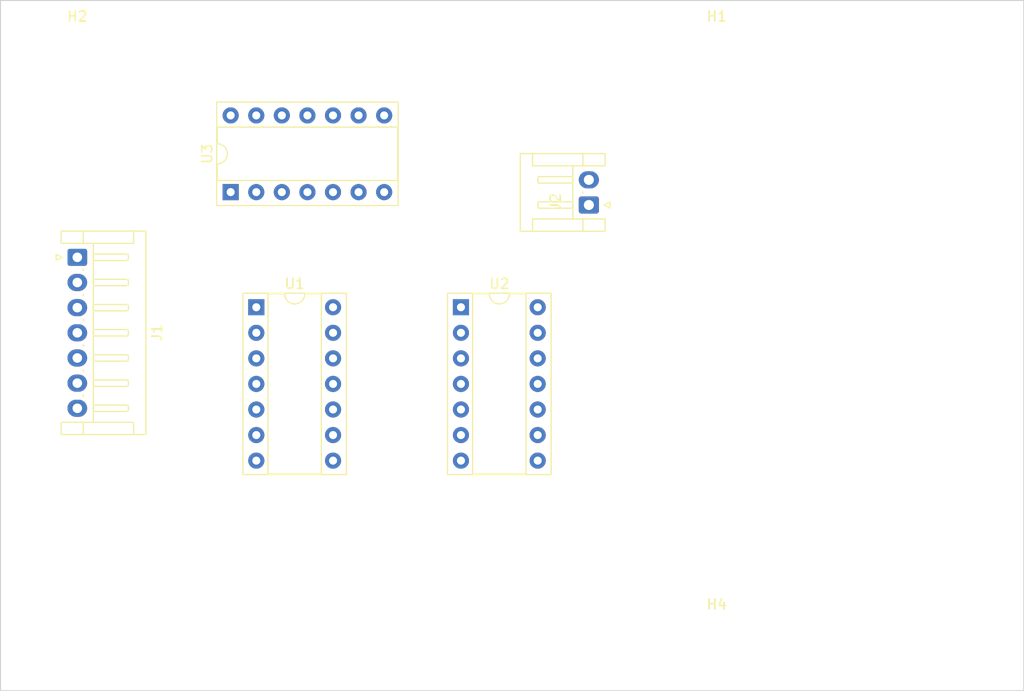
<source format=kicad_pcb>
(kicad_pcb (version 20211014) (generator pcbnew)
  (layers (0 "F.Cu" signal) (31 "B.Cu" signal) (34 "B.Paste" user) (35 "F.Paste" user) (36 "B.SilkS" user "B.Silkscreen") (37 "F.SilkS" user "F.Silkscreen") (38 "B.Mask" user) (39 "F.Mask" user) (44 "Edge.Cuts" user))
  (net 0 "")
  (net 1 "GND")
  (net 2 "VCC")
  (net 3 "CLK")
  (net 4 "CLRbar")
  (net 5 "Pr")
  (net 6 "K")
  (net 7 "J")
  (net 8 "Q")
  (net 9 "Qbar")
  (net 10 "Net-(U1-Pad6)")
  (net 11 "Net-(U1-Pad8)")
  (net 12 "Net-(U1-Pad12)")
  (net 13 "Net-(U2-Pad1)")
  (net 14 "Net-(U2-Pad12)")
  (net 15 "Net-(U3-Pad3)")
  (net 16 "Net-(U3-Pad13)")
  (footprint "Package_DIP:DIP-14_W7.62mm_Socket" (layer "F.Cu") (at 137.16 88.9)
    (fp_text reference "U2" (at 3.81 -2.33) (layer "F.SilkS"))
    (fp_text value "7410")
    (fp_line (start 1.16 -1.33) (end 1.16 16.57) (layer "F.SilkS") (width 0.12))
    (fp_line (start 6.46 -1.33) (end 4.81 -1.33) (layer "F.SilkS") (width 0.12))
    (fp_line (start -1.33 16.63) (end 8.95 16.63) (layer "F.SilkS") (width 0.12))
    (fp_line (start 1.16 16.57) (end 6.46 16.57) (layer "F.SilkS") (width 0.12))
    (fp_line (start -1.33 -1.39) (end -1.33 16.63) (layer "F.SilkS") (width 0.12))
    (fp_line (start 2.81 -1.33) (end 1.16 -1.33) (layer "F.SilkS") (width 0.12))
    (fp_line (start 6.46 16.57) (end 6.46 -1.33) (layer "F.SilkS") (width 0.12))
    (fp_line (start 8.95 -1.39) (end -1.33 -1.39) (layer "F.SilkS") (width 0.12))
    (fp_line (start 8.95 16.63) (end 8.95 -1.39) (layer "F.SilkS") (width 0.12))
    (fp_arc (start 4.81 -1.33) (mid 3.81 -0.33) (end 2.81 -1.33) (layer "F.SilkS") (width 0.12))
    (pad "1" thru_hole rect (at 0 0) (size 1.6 1.6) (drill 0.8) (layers *.Cu *.Mask) (net 13 "Net-(U2-Pad1)"))
    (pad "2" thru_hole oval (at 0 2.54) (size 1.6 1.6) (drill 0.8) (layers *.Cu *.Mask) (net 11 "Net-(U1-Pad8)"))
    (pad "3" thru_hole oval (at 0 5.08) (size 1.6 1.6) (drill 0.8) (layers *.Cu *.Mask) (net 5 "Pr"))
    (pad "4" thru_hole oval (at 0 7.62) (size 1.6 1.6) (drill 0.8) (layers *.Cu *.Mask) (net 12 "Net-(U1-Pad12)"))
    (pad "5" thru_hole oval (at 0 10.16) (size 1.6 1.6) (drill 0.8) (layers *.Cu *.Mask) (net 14 "Net-(U2-Pad12)"))
    (pad "6" thru_hole oval (at 0 12.7) (size 1.6 1.6) (drill 0.8) (layers *.Cu *.Mask) (net 13 "Net-(U2-Pad1)"))
    (pad "7" thru_hole oval (at 0 15.24) (size 1.6 1.6) (drill 0.8) (layers *.Cu *.Mask) (net 1 "GND"))
    (pad "8" thru_hole oval (at 7.62 15.24) (size 1.6 1.6) (drill 0.8) (layers *.Cu *.Mask))
    (pad "9" thru_hole oval (at 7.62 12.7) (size 1.6 1.6) (drill 0.8) (layers *.Cu *.Mask))
    (pad "10" thru_hole oval (at 7.62 10.16) (size 1.6 1.6) (drill 0.8) (layers *.Cu *.Mask))
    (pad "11" thru_hole oval (at 7.62 7.62) (size 1.6 1.6) (drill 0.8) (layers *.Cu *.Mask))
    (pad "12" thru_hole oval (at 7.62 5.08) (size 1.6 1.6) (drill 0.8) (layers *.Cu *.Mask) (net 14 "Net-(U2-Pad12)"))
    (pad "13" thru_hole oval (at 7.62 2.54) (size 1.6 1.6) (drill 0.8) (layers *.Cu *.Mask) (net 4 "CLRbar"))
    (pad "14" thru_hole oval (at 7.62 0) (size 1.6 1.6) (drill 0.8) (layers *.Cu *.Mask) (net 2 "VCC"))
  )
  (footprint "MountingHole:MountingHole_2.5mm" (layer "F.Cu") (at 99.06 63.5)
    (fp_text reference "H2" (at 0 -3.5) (layer "F.SilkS"))
    (fp_text value "MountingHole")
    (pad "" np_thru_hole circle (at 0 0) (size 2.5 2.5) (drill 2.5) (layers *.Cu *.Mask))
  )
  (footprint "MountingHole:MountingHole_2.5mm" (layer "F.Cu") (at 162.56 121.92)
    (fp_text reference "H4" (at 0 -3.5) (layer "F.SilkS"))
    (fp_text value "MountingHole")
    (pad "" np_thru_hole circle (at 0 0) (size 2.5 2.5) (drill 2.5) (layers *.Cu *.Mask))
  )
  (footprint "MountingHole:MountingHole_2.5mm" (layer "F.Cu") (at 162.56 63.5)
    (fp_text reference "H1" (at 0 -3.5) (layer "F.SilkS"))
    (fp_text value "MountingHole")
    (pad "" np_thru_hole circle (at 0 0) (size 2.5 2.5) (drill 2.5) (layers *.Cu *.Mask))
  )
  (footprint "MountingHole:MountingHole_2.5mm" (layer "F.Cu") (at 99.06 121.92)
    (fp_text reference "H3" (at 0 0 90) (layer "F.SilkS"))
    (fp_text value "MountingHole")
    (pad "" np_thru_hole circle (at 0 0) (size 2.5 2.5) (drill 2.5) (layers *.Cu *.Mask))
  )
  (footprint "Connector_JST:JST_EH_S2B-EH_1x02_P2.50mm_Horizontal" (layer "F.Cu") (at 149.86 78.74 90)
    (fp_text reference "J2" (at 0.32 -3.3 90) (layer "F.SilkS"))
    (fp_text value "Conn_01x02_Female")
    (fp_line (start -2.61 -5.59) (end -1.39 -5.59) (layer "F.SilkS") (width 0.12))
    (fp_line (start -2.61 1.61) (end -2.61 -6.81) (layer "F.SilkS") (width 0.12))
    (fp_line (start -1.39 -0.59) (end -1.39 1.61) (layer "F.SilkS") (width 0.12))
    (fp_line (start 2.5 -5.09) (end 2.82 -5.01) (layer "F.SilkS") (width 0.12))
    (fp_line (start 5.11 1.61) (end 3.89 1.61) (layer "F.SilkS") (width 0.12))
    (fp_line (start -0.32 -1.59) (end -0.32 -5.01) (layer "F.SilkS") (width 0.12))
    (fp_line (start 0.3 2.1) (end 0 1.5) (layer "F.SilkS") (width 0.12))
    (fp_line (start -0.32 -5.01) (end 0 -5.09) (layer "F.SilkS") (width 0.12))
    (fp_line (start -1.39 -0.59) (end -2.61 -0.59) (layer "F.SilkS") (width 0.12))
    (fp_line (start 2.18 -5.01) (end 2.5 -5.09) (layer "F.SilkS") (width 0.12))
    (fp_line (start 0 -1.59) (end -0.32 -1.59) (layer "F.SilkS") (width 0.12))
    (fp_line (start -1.39 -5.59) (end -1.39 -0.59) (layer "F.SilkS") (width 0.12))
    (fp_line (start -1.39 -1.59) (end 3.89 -1.59) (layer "F.SilkS") (width 0.12))
    (fp_line (start -0.3 2.1) (end 0.3 2.1) (layer "F.SilkS") (width 0.12))
    (fp_line (start 5.11 -5.59) (end 3.89 -5.59) (layer "F.SilkS") (width 0.12))
    (fp_line (start 2.5 -1.59) (end 2.18 -1.59) (layer "F.SilkS") (width 0.12))
    (fp_line (start 0.32 -5.01) (end 0.32 -1.59) (layer "F.SilkS") (width 0.12))
    (fp_line (start -1.39 1.61) (end -2.61 1.61) (layer "F.SilkS") (width 0.12))
    (fp_line (start 0 1.5) (end -0.3 2.1) (layer "F.SilkS") (width 0.12))
    (fp_line (start 1.17 -0.59) (end 1.33 -0.59) (layer "F.SilkS") (width 0.12))
    (fp_line (start 2.82 -1.59) (end 2.5 -1.59) (layer "F.SilkS") (width 0.12))
    (fp_line (start 2.18 -1.59) (end 2.18 -5.01) (layer "F.SilkS") (width 0.12))
    (fp_line (start 0.32 -1.59) (end 0 -1.59) (layer "F.SilkS") (width 0.12))
    (fp_line (start 5.11 -6.81) (end 5.11 1.61) (layer "F.SilkS") (width 0.12))
    (fp_line (start 2.82 -5.01) (end 2.82 -1.59) (layer "F.SilkS") (width 0.12))
    (fp_line (start 3.89 1.61) (end 3.89 -0.59) (layer "F.SilkS") (width 0.12))
    (fp_line (start 3.89 -0.59) (end 5.11 -0.59) (layer "F.SilkS") (width 0.12))
    (fp_line (start 3.89 -5.59) (end 3.89 -0.59) (layer "F.SilkS") (width 0.12))
    (fp_line (start -2.61 -6.81) (end 5.11 -6.81) (layer "F.SilkS") (width 0.12))
    (fp_line (start 0 -5.09) (end 0.32 -5.01) (layer "F.SilkS") (width 0.12))
    (pad "1" thru_hole roundrect (at 0 0 90) (size 1.7 2) (drill 1) (layers *.Cu *.Mask) (roundrect_rratio 0.147059) (net 8 "Q"))
    (pad "2" thru_hole oval (at 2.5 0 90) (size 1.7 2) (drill 1) (layers *.Cu *.Mask) (net 9 "Qbar"))
  )
  (footprint "Connector_JST:JST_EH_S7B-EH_1x07_P2.50mm_Horizontal" (layer "F.Cu") (at 99.0675 83.94 -90)
    (fp_text reference "J1" (at 7.5 -7.9 90) (layer "F.SilkS"))
    (fp_text value "Conn_01x07_Female")
    (fp_line (start 0 -1.59) (end -0.32 -1.59) (layer "F.SilkS") (width 0.12))
    (fp_line (start 7.82 -5.01) (end 7.82 -1.59) (layer "F.SilkS") (width 0.12))
    (fp_line (start 0.32 -5.01) (end 0.32 -1.59) (layer "F.SilkS") (width 0.12))
    (fp_line (start 12.82 -1.59) (end 12.5 -1.59) (layer "F.SilkS") (width 0.12))
    (fp_line (start -0.32 -1.59) (end -0.32 -5.01) (layer "F.SilkS") (width 0.12))
    (fp_line (start 16.39 -5.59) (end 16.39 -0.59) (layer "F.SilkS") (width 0.12))
    (fp_line (start 12.5 -1.59) (end 12.18 -1.59) (layer "F.SilkS") (width 0.12))
    (fp_line (start 2.5 -5.09) (end 2.82 -5.01) (layer "F.SilkS") (width 0.12))
    (fp_line (start 0.3 2.1) (end 0 1.5) (layer "F.SilkS") (width 0.12))
    (fp_line (start 10 -1.59) (end 9.68 -1.59) (layer "F.SilkS") (width 0.12))
    (fp_line (start -2.61 1.61) (end -2.61 -6.81) (layer "F.SilkS") (width 0.12))
    (fp_line (start 16.39 -0.59) (end 17.61 -0.59) (layer "F.SilkS") (width 0.12))
    (fp_line (start 15.32 -1.59) (end 15 -1.59) (layer "F.SilkS") (width 0.12))
    (fp_line (start 7.18 -5.01) (end 7.5 -5.09) (layer "F.SilkS") (width 0.12))
    (fp_line (start 3.67 -0.59) (end 3.83 -0.59) (layer "F.SilkS") (width 0.12))
    (fp_line (start 5 -1.59) (end 4.68 -1.59) (layer "F.SilkS") (width 0.12))
    (fp_line (start 15 -5.09) (end 15.32 -5.01) (layer "F.SilkS") (width 0.12))
    (fp_line (start 0.32 -1.59) (end 0 -1.59) (layer "F.SilkS") (width 0.12))
    (fp_line (start -2.61 -5.59) (end -1.39 -5.59) (layer "F.SilkS") (width 0.12))
    (fp_line (start -0.3 2.1) (end 0.3 2.1) (layer "F.SilkS") (width 0.12))
    (fp_line (start 1.17 -0.59) (end 1.33 -0.59) (layer "F.SilkS") (width 0.12))
    (fp_line (start 5.32 -5.01) (end 5.32 -1.59) (layer "F.SilkS") (width 0.12))
    (fp_line (start 15 -1.59) (end 14.68 -1.59) (layer "F.SilkS") (width 0.12))
    (fp_line (start -1.39 -0.59) (end -2.61 -0.59) (layer "F.SilkS") (width 0.12))
    (fp_line (start 2.82 -5.01) (end 2.82 -1.59) (layer "F.SilkS") (width 0.12))
    (fp_line (start 14.68 -1.59) (end 14.68 -5.01) (layer "F.SilkS") (width 0.12))
    (fp_line (start 17.61 -6.81) (end 17.61 1.61) (layer "F.SilkS") (width 0.12))
    (fp_line (start 7.82 -1.59) (end 7.5 -1.59) (layer "F.SilkS") (width 0.12))
    (fp_line (start 0 -5.09) (end 0.32 -5.01) (layer "F.SilkS") (width 0.12))
    (fp_line (start 11.17 -0.59) (end 11.33 -0.59) (layer "F.SilkS") (width 0.12))
    (fp_line (start -1.39 -5.59) (end -1.39 -0.59) (layer "F.SilkS") (width 0.12))
    (fp_line (start 10.32 -5.01) (end 10.32 -1.59) (layer "F.SilkS") (width 0.12))
    (fp_line (start 17.61 -5.59) (end 16.39 -5.59) (layer "F.SilkS") (width 0.12))
    (fp_line (start 9.68 -5.01) (end 10 -5.09) (layer "F.SilkS") (width 0.12))
    (fp_line (start 10.32 -1.59) (end 10 -1.59) (layer "F.SilkS") (width 0.12))
    (fp_line (start 10 -5.09) (end 10.32 -5.01) (layer "F.SilkS") (width 0.12))
    (fp_line (start 4.68 -5.01) (end 5 -5.09) (layer "F.SilkS") (width 0.12))
    (fp_line (start 4.68 -1.59) (end 4.68 -5.01) (layer "F.SilkS") (width 0.12))
    (fp_line (start -1.39 -0.59) (end -1.39 1.61) (layer "F.SilkS") (width 0.12))
    (fp_line (start -0.32 -5.01) (end 0 -5.09) (layer "F.SilkS") (width 0.12))
    (fp_line (start 2.82 -1.59) (end 2.5 -1.59) (layer "F.SilkS") (width 0.12))
    (fp_line (start -1.39 1.61) (end -2.61 1.61) (layer "F.SilkS") (width 0.12))
    (fp_line (start 5 -5.09) (end 5.32 -5.01) (layer "F.SilkS") (width 0.12))
    (fp_line (start 7.18 -1.59) (end 7.18 -5.01) (layer "F.SilkS") (width 0.12))
    (fp_line (start 16.39 1.61) (end 16.39 -0.59) (layer "F.SilkS") (width 0.12))
    (fp_line (start 2.18 -1.59) (end 2.18 -5.01) (layer "F.SilkS") (width 0.12))
    (fp_line (start 9.68 -1.59) (end 9.68 -5.01) (layer "F.SilkS") (width 0.12))
    (fp_line (start 7.5 -1.59) (end 7.18 -1.59) (layer "F.SilkS") (width 0.12))
    (fp_line (start 2.5 -1.59) (end 2.18 -1.59) (layer "F.SilkS") (width 0.12))
    (fp_line (start 12.5 -5.09) (end 12.82 -5.01) (layer "F.SilkS") (width 0.12))
    (fp_line (start 0 1.5) (end -0.3 2.1) (layer "F.SilkS") (width 0.12))
    (fp_line (start 7.5 -5.09) (end 7.82 -5.01) (layer "F.SilkS") (width 0.12))
    (fp_line (start 12.18 -1.59) (end 12.18 -5.01) (layer "F.SilkS") (width 0.12))
    (fp_line (start 17.61 1.61) (end 16.39 1.61) (layer "F.SilkS") (width 0.12))
    (fp_line (start 6.17 -0.59) (end 6.33 -0.59) (layer "F.SilkS") (width 0.12))
    (fp_line (start 12.18 -5.01) (end 12.5 -5.09) (layer "F.SilkS") (width 0.12))
    (fp_line (start -2.61 -6.81) (end 17.61 -6.81) (layer "F.SilkS") (width 0.12))
    (fp_line (start 12.82 -5.01) (end 12.82 -1.59) (layer "F.SilkS") (width 0.12))
    (fp_line (start 14.68 -5.01) (end 15 -5.09) (layer "F.SilkS") (width 0.12))
    (fp_line (start -1.39 -1.59) (end 16.39 -1.59) (layer "F.SilkS") (width 0.12))
    (fp_line (start 15.32 -5.01) (end 15.32 -1.59) (layer "F.SilkS") (width 0.12))
    (fp_line (start 13.67 -0.59) (end 13.83 -0.59) (layer "F.SilkS") (width 0.12))
    (fp_line (start 5.32 -1.59) (end 5 -1.59) (layer "F.SilkS") (width 0.12))
    (fp_line (start 8.67 -0.59) (end 8.83 -0.59) (layer "F.SilkS") (width 0.12))
    (fp_line (start 2.18 -5.01) (end 2.5 -5.09) (layer "F.SilkS") (width 0.12))
    (pad "1" thru_hole roundrect (at 0 0 270) (size 1.7 1.95) (drill 0.95) (layers *.Cu *.Mask) (roundrect_rratio 0.147059) (net 1 "GND"))
    (pad "2" thru_hole oval (at 2.5 0 270) (size 1.7 1.95) (drill 0.95) (layers *.Cu *.Mask) (net 2 "VCC"))
    (pad "3" thru_hole oval (at 5 0 270) (size 1.7 1.95) (drill 0.95) (layers *.Cu *.Mask) (net 3 "CLK"))
    (pad "4" thru_hole oval (at 7.5 0 270) (size 1.7 1.95) (drill 0.95) (layers *.Cu *.Mask) (net 4 "CLRbar"))
    (pad "5" thru_hole oval (at 10 0 270) (size 1.7 1.95) (drill 0.95) (layers *.Cu *.Mask) (net 5 "Pr"))
    (pad "6" thru_hole oval (at 12.5 0 270) (size 1.7 1.95) (drill 0.95) (layers *.Cu *.Mask) (net 6 "K"))
    (pad "7" thru_hole oval (at 15 0 270) (size 1.7 1.95) (drill 0.95) (layers *.Cu *.Mask) (net 7 "J"))
  )
  (footprint "Package_DIP:DIP-14_W7.62mm_Socket" (layer "F.Cu") (at 114.295 77.46 90)
    (fp_text reference "U3" (at 3.81 -2.33 90) (layer "F.SilkS"))
    (fp_text value "7400")
    (fp_line (start 6.46 16.57) (end 6.46 -1.33) (layer "F.SilkS") (width 0.12))
    (fp_line (start -1.33 16.63) (end 8.95 16.63) (layer "F.SilkS") (width 0.12))
    (fp_line (start 8.95 -1.39) (end -1.33 -1.39) (layer "F.SilkS") (width 0.12))
    (fp_line (start 1.16 -1.33) (end 1.16 16.57) (layer "F.SilkS") (width 0.12))
    (fp_line (start 6.46 -1.33) (end 4.81 -1.33) (layer "F.SilkS") (width 0.12))
    (fp_line (start 2.81 -1.33) (end 1.16 -1.33) (layer "F.SilkS") (width 0.12))
    (fp_line (start 1.16 16.57) (end 6.46 16.57) (layer "F.SilkS") (width 0.12))
    (fp_line (start -1.33 -1.39) (end -1.33 16.63) (layer "F.SilkS") (width 0.12))
    (fp_line (start 8.95 16.63) (end 8.95 -1.39) (layer "F.SilkS") (width 0.12))
    (fp_arc (start 4.81 -1.33) (mid 3.81 -0.33) (end 2.81 -1.33) (layer "F.SilkS") (width 0.12))
    (pad "1" thru_hole rect (at 0 0 90) (size 1.6 1.6) (drill 0.8) (layers *.Cu *.Mask) (net 13 "Net-(U2-Pad1)"))
    (pad "2" thru_hole oval (at 0 2.54 90) (size 1.6 1.6) (drill 0.8) (layers *.Cu *.Mask) (net 10 "Net-(U1-Pad6)"))
    (pad "3" thru_hole oval (at 0 5.08 90) (size 1.6 1.6) (drill 0.8) (layers *.Cu *.Mask) (net 15 "Net-(U3-Pad3)"))
    (pad "4" thru_hole oval (at 0 7.62 90) (size 1.6 1.6) (drill 0.8) (layers *.Cu *.Mask) (net 15 "Net-(U3-Pad3)"))
    (pad "5" thru_hole oval (at 0 10.16 90) (size 1.6 1.6) (drill 0.8) (layers *.Cu *.Mask) (net 9 "Qbar"))
    (pad "6" thru_hole oval (at 0 12.7 90) (size 1.6 1.6) (drill 0.8) (layers *.Cu *.Mask) (net 8 "Q"))
    (pad "7" thru_hole oval (at 0 15.24 90) (size 1.6 1.6) (drill 0.8) (layers *.Cu *.Mask) (net 1 "GND"))
    (pad "8" thru_hole oval (at 7.62 15.24 90) (size 1.6 1.6) (drill 0.8) (layers *.Cu *.Mask) (net 16 "Net-(U3-Pad13)"))
    (pad "9" thru_hole oval (at 7.62 12.7 90) (size 1.6 1.6) (drill 0.8) (layers *.Cu *.Mask) (net 10 "Net-(U1-Pad6)"))
    (pad "10" thru_hole oval (at 7.62 10.16 90) (size 1.6 1.6) (drill 0.8) (layers *.Cu *.Mask) (net 14 "Net-(U2-Pad12)"))
    (pad "11" thru_hole oval (at 7.62 7.62 90) (size 1.6 1.6) (drill 0.8) (layers *.Cu *.Mask) (net 9 "Qbar"))
    (pad "12" thru_hole oval (at 7.62 5.08 90) (size 1.6 1.6) (drill 0.8) (layers *.Cu *.Mask) (net 8 "Q"))
    (pad "13" thru_hole oval (at 7.62 2.54 90) (size 1.6 1.6) (drill 0.8) (layers *.Cu *.Mask) (net 16 "Net-(U3-Pad13)"))
    (pad "14" thru_hole oval (at 7.62 0 90) (size 1.6 1.6) (drill 0.8) (layers *.Cu *.Mask) (net 2 "VCC"))
  )
  (footprint "Package_DIP:DIP-14_W7.62mm_Socket" (layer "F.Cu") (at 116.84 88.9)
    (fp_text reference "U1" (at 3.81 -2.33) (layer "F.SilkS"))
    (fp_text value "7410")
    (fp_line (start -1.33 -1.39) (end -1.33 16.63) (layer "F.SilkS") (width 0.12))
    (fp_line (start 8.95 16.63) (end 8.95 -1.39) (layer "F.SilkS") (width 0.12))
    (fp_line (start 1.16 16.57) (end 6.46 16.57) (layer "F.SilkS") (width 0.12))
    (fp_line (start 1.16 -1.33) (end 1.16 16.57) (layer "F.SilkS") (width 0.12))
    (fp_line (start 6.46 16.57) (end 6.46 -1.33) (layer "F.SilkS") (width 0.12))
    (fp_line (start 6.46 -1.33) (end 4.81 -1.33) (layer "F.SilkS") (width 0.12))
    (fp_line (start 2.81 -1.33) (end 1.16 -1.33) (layer "F.SilkS") (width 0.12))
    (fp_line (start -1.33 16.63) (end 8.95 16.63) (layer "F.SilkS") (width 0.12))
    (fp_line (start 8.95 -1.39) (end -1.33 -1.39) (layer "F.SilkS") (width 0.12))
    (fp_arc (start 4.81 -1.33) (mid 3.81 -0.33) (end 2.81 -1.33) (layer "F.SilkS") (width 0.12))
    (pad "1" thru_hole rect (at 0 0) (size 1.6 1.6) (drill 0.8) (layers *.Cu *.Mask) (net 9 "Qbar"))
    (pad "2" thru_hole oval (at 0 2.54) (size 1.6 1.6) (drill 0.8) (layers *.Cu *.Mask) (net 7 "J"))
    (pad "3" thru_hole oval (at 0 5.08) (size 1.6 1.6) (drill 0.8) (layers *.Cu *.Mask) (net 3 "CLK"))
    (pad "4" thru_hole oval (at 0 7.62) (size 1.6 1.6) (drill 0.8) (layers *.Cu *.Mask) (net 3 "CLK"))
    (pad "5" thru_hole oval (at 0 10.16) (size 1.6 1.6) (drill 0.8) (layers *.Cu *.Mask) (net 3 "CLK"))
    (pad "6" thru_hole oval (at 0 12.7) (size 1.6 1.6) (drill 0.8) (layers *.Cu *.Mask) (net 10 "Net-(U1-Pad6)"))
    (pad "7" thru_hole oval (at 0 15.24) (size 1.6 1.6) (drill 0.8) (layers *.Cu *.Mask) (net 1 "GND"))
    (pad "8" thru_hole oval (at 7.62 15.24) (size 1.6 1.6) (drill 0.8) (layers *.Cu *.Mask) (net 11 "Net-(U1-Pad8)"))
    (pad "9" thru_hole oval (at 7.62 12.7) (size 1.6 1.6) (drill 0.8) (layers *.Cu *.Mask) (net 3 "CLK"))
    (pad "10" thru_hole oval (at 7.62 10.16) (size 1.6 1.6) (drill 0.8) (layers *.Cu *.Mask) (net 6 "K"))
    (pad "11" thru_hole oval (at 7.62 7.62) (size 1.6 1.6) (drill 0.8) (layers *.Cu *.Mask) (net 8 "Q"))
    (pad "12" thru_hole oval (at 7.62 5.08) (size 1.6 1.6) (drill 0.8) (layers *.Cu *.Mask) (net 12 "Net-(U1-Pad12)"))
    (pad "13" thru_hole oval (at 7.62 2.54) (size 1.6 1.6) (drill 0.8) (layers *.Cu *.Mask) (net 3 "CLK"))
    (pad "14" thru_hole oval (at 7.62 0) (size 1.6 1.6) (drill 0.8) (layers *.Cu *.Mask) (net 2 "VCC"))
  )
  (gr_rect (start 193.04 127) (end 91.44 58.42) (layer "Edge.Cuts") (width 0.1) (fill none))
)
</source>
